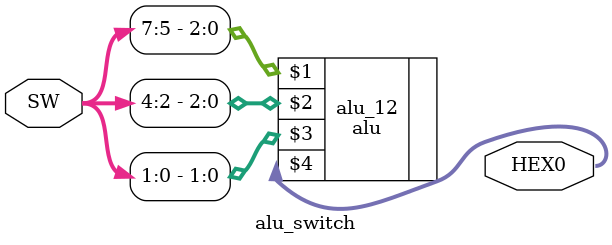
<source format=v>
module alu_switch(
	input wire [7:0] SW,
	output wire [6:0] HEX0);
	
	wire [3:0] s;
	
	alu alu_12(SW[7:5], SW[4:2], SW[1:0], HEX0);
	
endmodule
</source>
